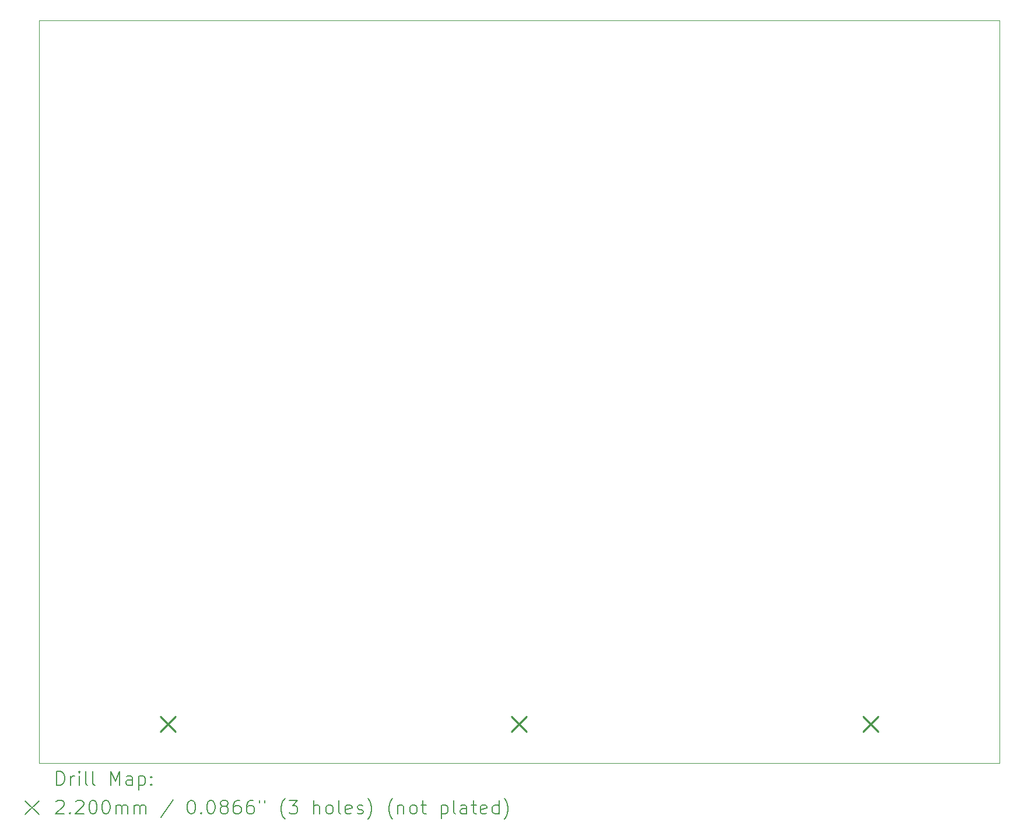
<source format=gbr>
%TF.GenerationSoftware,KiCad,Pcbnew,7.0.8*%
%TF.CreationDate,2024-09-22T21:35:23-04:00*%
%TF.ProjectId,lichen-freddie-board,6c696368-656e-42d6-9672-65646469652d,1.0*%
%TF.SameCoordinates,Original*%
%TF.FileFunction,Drillmap*%
%TF.FilePolarity,Positive*%
%FSLAX45Y45*%
G04 Gerber Fmt 4.5, Leading zero omitted, Abs format (unit mm)*
G04 Created by KiCad (PCBNEW 7.0.8) date 2024-09-22 21:35:23*
%MOMM*%
%LPD*%
G01*
G04 APERTURE LIST*
%ADD10C,0.100000*%
%ADD11C,0.200000*%
%ADD12C,0.220000*%
G04 APERTURE END LIST*
D10*
X10125000Y-11025000D02*
X24065000Y-11025000D01*
X24065000Y-21825000D01*
X10125000Y-21825000D01*
X10125000Y-11025000D01*
D11*
D12*
X11885000Y-21147700D02*
X12105000Y-21367700D01*
X12105000Y-21147700D02*
X11885000Y-21367700D01*
X16985000Y-21147700D02*
X17205000Y-21367700D01*
X17205000Y-21147700D02*
X16985000Y-21367700D01*
X22085000Y-21147700D02*
X22305000Y-21367700D01*
X22305000Y-21147700D02*
X22085000Y-21367700D01*
D11*
X10380777Y-22141484D02*
X10380777Y-21941484D01*
X10380777Y-21941484D02*
X10428396Y-21941484D01*
X10428396Y-21941484D02*
X10456967Y-21951008D01*
X10456967Y-21951008D02*
X10476015Y-21970055D01*
X10476015Y-21970055D02*
X10485539Y-21989103D01*
X10485539Y-21989103D02*
X10495063Y-22027198D01*
X10495063Y-22027198D02*
X10495063Y-22055770D01*
X10495063Y-22055770D02*
X10485539Y-22093865D01*
X10485539Y-22093865D02*
X10476015Y-22112912D01*
X10476015Y-22112912D02*
X10456967Y-22131960D01*
X10456967Y-22131960D02*
X10428396Y-22141484D01*
X10428396Y-22141484D02*
X10380777Y-22141484D01*
X10580777Y-22141484D02*
X10580777Y-22008150D01*
X10580777Y-22046246D02*
X10590301Y-22027198D01*
X10590301Y-22027198D02*
X10599824Y-22017674D01*
X10599824Y-22017674D02*
X10618872Y-22008150D01*
X10618872Y-22008150D02*
X10637920Y-22008150D01*
X10704586Y-22141484D02*
X10704586Y-22008150D01*
X10704586Y-21941484D02*
X10695063Y-21951008D01*
X10695063Y-21951008D02*
X10704586Y-21960531D01*
X10704586Y-21960531D02*
X10714110Y-21951008D01*
X10714110Y-21951008D02*
X10704586Y-21941484D01*
X10704586Y-21941484D02*
X10704586Y-21960531D01*
X10828396Y-22141484D02*
X10809348Y-22131960D01*
X10809348Y-22131960D02*
X10799824Y-22112912D01*
X10799824Y-22112912D02*
X10799824Y-21941484D01*
X10933158Y-22141484D02*
X10914110Y-22131960D01*
X10914110Y-22131960D02*
X10904586Y-22112912D01*
X10904586Y-22112912D02*
X10904586Y-21941484D01*
X11161729Y-22141484D02*
X11161729Y-21941484D01*
X11161729Y-21941484D02*
X11228396Y-22084341D01*
X11228396Y-22084341D02*
X11295062Y-21941484D01*
X11295062Y-21941484D02*
X11295062Y-22141484D01*
X11476015Y-22141484D02*
X11476015Y-22036722D01*
X11476015Y-22036722D02*
X11466491Y-22017674D01*
X11466491Y-22017674D02*
X11447443Y-22008150D01*
X11447443Y-22008150D02*
X11409348Y-22008150D01*
X11409348Y-22008150D02*
X11390301Y-22017674D01*
X11476015Y-22131960D02*
X11456967Y-22141484D01*
X11456967Y-22141484D02*
X11409348Y-22141484D01*
X11409348Y-22141484D02*
X11390301Y-22131960D01*
X11390301Y-22131960D02*
X11380777Y-22112912D01*
X11380777Y-22112912D02*
X11380777Y-22093865D01*
X11380777Y-22093865D02*
X11390301Y-22074817D01*
X11390301Y-22074817D02*
X11409348Y-22065293D01*
X11409348Y-22065293D02*
X11456967Y-22065293D01*
X11456967Y-22065293D02*
X11476015Y-22055770D01*
X11571253Y-22008150D02*
X11571253Y-22208150D01*
X11571253Y-22017674D02*
X11590301Y-22008150D01*
X11590301Y-22008150D02*
X11628396Y-22008150D01*
X11628396Y-22008150D02*
X11647443Y-22017674D01*
X11647443Y-22017674D02*
X11656967Y-22027198D01*
X11656967Y-22027198D02*
X11666491Y-22046246D01*
X11666491Y-22046246D02*
X11666491Y-22103389D01*
X11666491Y-22103389D02*
X11656967Y-22122436D01*
X11656967Y-22122436D02*
X11647443Y-22131960D01*
X11647443Y-22131960D02*
X11628396Y-22141484D01*
X11628396Y-22141484D02*
X11590301Y-22141484D01*
X11590301Y-22141484D02*
X11571253Y-22131960D01*
X11752205Y-22122436D02*
X11761729Y-22131960D01*
X11761729Y-22131960D02*
X11752205Y-22141484D01*
X11752205Y-22141484D02*
X11742682Y-22131960D01*
X11742682Y-22131960D02*
X11752205Y-22122436D01*
X11752205Y-22122436D02*
X11752205Y-22141484D01*
X11752205Y-22017674D02*
X11761729Y-22027198D01*
X11761729Y-22027198D02*
X11752205Y-22036722D01*
X11752205Y-22036722D02*
X11742682Y-22027198D01*
X11742682Y-22027198D02*
X11752205Y-22017674D01*
X11752205Y-22017674D02*
X11752205Y-22036722D01*
X9920000Y-22370000D02*
X10120000Y-22570000D01*
X10120000Y-22370000D02*
X9920000Y-22570000D01*
X10371253Y-22380531D02*
X10380777Y-22371008D01*
X10380777Y-22371008D02*
X10399824Y-22361484D01*
X10399824Y-22361484D02*
X10447444Y-22361484D01*
X10447444Y-22361484D02*
X10466491Y-22371008D01*
X10466491Y-22371008D02*
X10476015Y-22380531D01*
X10476015Y-22380531D02*
X10485539Y-22399579D01*
X10485539Y-22399579D02*
X10485539Y-22418627D01*
X10485539Y-22418627D02*
X10476015Y-22447198D01*
X10476015Y-22447198D02*
X10361729Y-22561484D01*
X10361729Y-22561484D02*
X10485539Y-22561484D01*
X10571253Y-22542436D02*
X10580777Y-22551960D01*
X10580777Y-22551960D02*
X10571253Y-22561484D01*
X10571253Y-22561484D02*
X10561729Y-22551960D01*
X10561729Y-22551960D02*
X10571253Y-22542436D01*
X10571253Y-22542436D02*
X10571253Y-22561484D01*
X10656967Y-22380531D02*
X10666491Y-22371008D01*
X10666491Y-22371008D02*
X10685539Y-22361484D01*
X10685539Y-22361484D02*
X10733158Y-22361484D01*
X10733158Y-22361484D02*
X10752205Y-22371008D01*
X10752205Y-22371008D02*
X10761729Y-22380531D01*
X10761729Y-22380531D02*
X10771253Y-22399579D01*
X10771253Y-22399579D02*
X10771253Y-22418627D01*
X10771253Y-22418627D02*
X10761729Y-22447198D01*
X10761729Y-22447198D02*
X10647444Y-22561484D01*
X10647444Y-22561484D02*
X10771253Y-22561484D01*
X10895063Y-22361484D02*
X10914110Y-22361484D01*
X10914110Y-22361484D02*
X10933158Y-22371008D01*
X10933158Y-22371008D02*
X10942682Y-22380531D01*
X10942682Y-22380531D02*
X10952205Y-22399579D01*
X10952205Y-22399579D02*
X10961729Y-22437674D01*
X10961729Y-22437674D02*
X10961729Y-22485293D01*
X10961729Y-22485293D02*
X10952205Y-22523388D01*
X10952205Y-22523388D02*
X10942682Y-22542436D01*
X10942682Y-22542436D02*
X10933158Y-22551960D01*
X10933158Y-22551960D02*
X10914110Y-22561484D01*
X10914110Y-22561484D02*
X10895063Y-22561484D01*
X10895063Y-22561484D02*
X10876015Y-22551960D01*
X10876015Y-22551960D02*
X10866491Y-22542436D01*
X10866491Y-22542436D02*
X10856967Y-22523388D01*
X10856967Y-22523388D02*
X10847444Y-22485293D01*
X10847444Y-22485293D02*
X10847444Y-22437674D01*
X10847444Y-22437674D02*
X10856967Y-22399579D01*
X10856967Y-22399579D02*
X10866491Y-22380531D01*
X10866491Y-22380531D02*
X10876015Y-22371008D01*
X10876015Y-22371008D02*
X10895063Y-22361484D01*
X11085539Y-22361484D02*
X11104586Y-22361484D01*
X11104586Y-22361484D02*
X11123634Y-22371008D01*
X11123634Y-22371008D02*
X11133158Y-22380531D01*
X11133158Y-22380531D02*
X11142682Y-22399579D01*
X11142682Y-22399579D02*
X11152205Y-22437674D01*
X11152205Y-22437674D02*
X11152205Y-22485293D01*
X11152205Y-22485293D02*
X11142682Y-22523388D01*
X11142682Y-22523388D02*
X11133158Y-22542436D01*
X11133158Y-22542436D02*
X11123634Y-22551960D01*
X11123634Y-22551960D02*
X11104586Y-22561484D01*
X11104586Y-22561484D02*
X11085539Y-22561484D01*
X11085539Y-22561484D02*
X11066491Y-22551960D01*
X11066491Y-22551960D02*
X11056967Y-22542436D01*
X11056967Y-22542436D02*
X11047444Y-22523388D01*
X11047444Y-22523388D02*
X11037920Y-22485293D01*
X11037920Y-22485293D02*
X11037920Y-22437674D01*
X11037920Y-22437674D02*
X11047444Y-22399579D01*
X11047444Y-22399579D02*
X11056967Y-22380531D01*
X11056967Y-22380531D02*
X11066491Y-22371008D01*
X11066491Y-22371008D02*
X11085539Y-22361484D01*
X11237920Y-22561484D02*
X11237920Y-22428150D01*
X11237920Y-22447198D02*
X11247443Y-22437674D01*
X11247443Y-22437674D02*
X11266491Y-22428150D01*
X11266491Y-22428150D02*
X11295063Y-22428150D01*
X11295063Y-22428150D02*
X11314110Y-22437674D01*
X11314110Y-22437674D02*
X11323634Y-22456722D01*
X11323634Y-22456722D02*
X11323634Y-22561484D01*
X11323634Y-22456722D02*
X11333158Y-22437674D01*
X11333158Y-22437674D02*
X11352205Y-22428150D01*
X11352205Y-22428150D02*
X11380777Y-22428150D01*
X11380777Y-22428150D02*
X11399824Y-22437674D01*
X11399824Y-22437674D02*
X11409348Y-22456722D01*
X11409348Y-22456722D02*
X11409348Y-22561484D01*
X11504586Y-22561484D02*
X11504586Y-22428150D01*
X11504586Y-22447198D02*
X11514110Y-22437674D01*
X11514110Y-22437674D02*
X11533158Y-22428150D01*
X11533158Y-22428150D02*
X11561729Y-22428150D01*
X11561729Y-22428150D02*
X11580777Y-22437674D01*
X11580777Y-22437674D02*
X11590301Y-22456722D01*
X11590301Y-22456722D02*
X11590301Y-22561484D01*
X11590301Y-22456722D02*
X11599824Y-22437674D01*
X11599824Y-22437674D02*
X11618872Y-22428150D01*
X11618872Y-22428150D02*
X11647443Y-22428150D01*
X11647443Y-22428150D02*
X11666491Y-22437674D01*
X11666491Y-22437674D02*
X11676015Y-22456722D01*
X11676015Y-22456722D02*
X11676015Y-22561484D01*
X12066491Y-22351960D02*
X11895063Y-22609103D01*
X12323634Y-22361484D02*
X12342682Y-22361484D01*
X12342682Y-22361484D02*
X12361729Y-22371008D01*
X12361729Y-22371008D02*
X12371253Y-22380531D01*
X12371253Y-22380531D02*
X12380777Y-22399579D01*
X12380777Y-22399579D02*
X12390301Y-22437674D01*
X12390301Y-22437674D02*
X12390301Y-22485293D01*
X12390301Y-22485293D02*
X12380777Y-22523388D01*
X12380777Y-22523388D02*
X12371253Y-22542436D01*
X12371253Y-22542436D02*
X12361729Y-22551960D01*
X12361729Y-22551960D02*
X12342682Y-22561484D01*
X12342682Y-22561484D02*
X12323634Y-22561484D01*
X12323634Y-22561484D02*
X12304586Y-22551960D01*
X12304586Y-22551960D02*
X12295063Y-22542436D01*
X12295063Y-22542436D02*
X12285539Y-22523388D01*
X12285539Y-22523388D02*
X12276015Y-22485293D01*
X12276015Y-22485293D02*
X12276015Y-22437674D01*
X12276015Y-22437674D02*
X12285539Y-22399579D01*
X12285539Y-22399579D02*
X12295063Y-22380531D01*
X12295063Y-22380531D02*
X12304586Y-22371008D01*
X12304586Y-22371008D02*
X12323634Y-22361484D01*
X12476015Y-22542436D02*
X12485539Y-22551960D01*
X12485539Y-22551960D02*
X12476015Y-22561484D01*
X12476015Y-22561484D02*
X12466491Y-22551960D01*
X12466491Y-22551960D02*
X12476015Y-22542436D01*
X12476015Y-22542436D02*
X12476015Y-22561484D01*
X12609348Y-22361484D02*
X12628396Y-22361484D01*
X12628396Y-22361484D02*
X12647444Y-22371008D01*
X12647444Y-22371008D02*
X12656967Y-22380531D01*
X12656967Y-22380531D02*
X12666491Y-22399579D01*
X12666491Y-22399579D02*
X12676015Y-22437674D01*
X12676015Y-22437674D02*
X12676015Y-22485293D01*
X12676015Y-22485293D02*
X12666491Y-22523388D01*
X12666491Y-22523388D02*
X12656967Y-22542436D01*
X12656967Y-22542436D02*
X12647444Y-22551960D01*
X12647444Y-22551960D02*
X12628396Y-22561484D01*
X12628396Y-22561484D02*
X12609348Y-22561484D01*
X12609348Y-22561484D02*
X12590301Y-22551960D01*
X12590301Y-22551960D02*
X12580777Y-22542436D01*
X12580777Y-22542436D02*
X12571253Y-22523388D01*
X12571253Y-22523388D02*
X12561729Y-22485293D01*
X12561729Y-22485293D02*
X12561729Y-22437674D01*
X12561729Y-22437674D02*
X12571253Y-22399579D01*
X12571253Y-22399579D02*
X12580777Y-22380531D01*
X12580777Y-22380531D02*
X12590301Y-22371008D01*
X12590301Y-22371008D02*
X12609348Y-22361484D01*
X12790301Y-22447198D02*
X12771253Y-22437674D01*
X12771253Y-22437674D02*
X12761729Y-22428150D01*
X12761729Y-22428150D02*
X12752206Y-22409103D01*
X12752206Y-22409103D02*
X12752206Y-22399579D01*
X12752206Y-22399579D02*
X12761729Y-22380531D01*
X12761729Y-22380531D02*
X12771253Y-22371008D01*
X12771253Y-22371008D02*
X12790301Y-22361484D01*
X12790301Y-22361484D02*
X12828396Y-22361484D01*
X12828396Y-22361484D02*
X12847444Y-22371008D01*
X12847444Y-22371008D02*
X12856967Y-22380531D01*
X12856967Y-22380531D02*
X12866491Y-22399579D01*
X12866491Y-22399579D02*
X12866491Y-22409103D01*
X12866491Y-22409103D02*
X12856967Y-22428150D01*
X12856967Y-22428150D02*
X12847444Y-22437674D01*
X12847444Y-22437674D02*
X12828396Y-22447198D01*
X12828396Y-22447198D02*
X12790301Y-22447198D01*
X12790301Y-22447198D02*
X12771253Y-22456722D01*
X12771253Y-22456722D02*
X12761729Y-22466246D01*
X12761729Y-22466246D02*
X12752206Y-22485293D01*
X12752206Y-22485293D02*
X12752206Y-22523388D01*
X12752206Y-22523388D02*
X12761729Y-22542436D01*
X12761729Y-22542436D02*
X12771253Y-22551960D01*
X12771253Y-22551960D02*
X12790301Y-22561484D01*
X12790301Y-22561484D02*
X12828396Y-22561484D01*
X12828396Y-22561484D02*
X12847444Y-22551960D01*
X12847444Y-22551960D02*
X12856967Y-22542436D01*
X12856967Y-22542436D02*
X12866491Y-22523388D01*
X12866491Y-22523388D02*
X12866491Y-22485293D01*
X12866491Y-22485293D02*
X12856967Y-22466246D01*
X12856967Y-22466246D02*
X12847444Y-22456722D01*
X12847444Y-22456722D02*
X12828396Y-22447198D01*
X13037920Y-22361484D02*
X12999825Y-22361484D01*
X12999825Y-22361484D02*
X12980777Y-22371008D01*
X12980777Y-22371008D02*
X12971253Y-22380531D01*
X12971253Y-22380531D02*
X12952206Y-22409103D01*
X12952206Y-22409103D02*
X12942682Y-22447198D01*
X12942682Y-22447198D02*
X12942682Y-22523388D01*
X12942682Y-22523388D02*
X12952206Y-22542436D01*
X12952206Y-22542436D02*
X12961729Y-22551960D01*
X12961729Y-22551960D02*
X12980777Y-22561484D01*
X12980777Y-22561484D02*
X13018872Y-22561484D01*
X13018872Y-22561484D02*
X13037920Y-22551960D01*
X13037920Y-22551960D02*
X13047444Y-22542436D01*
X13047444Y-22542436D02*
X13056967Y-22523388D01*
X13056967Y-22523388D02*
X13056967Y-22475769D01*
X13056967Y-22475769D02*
X13047444Y-22456722D01*
X13047444Y-22456722D02*
X13037920Y-22447198D01*
X13037920Y-22447198D02*
X13018872Y-22437674D01*
X13018872Y-22437674D02*
X12980777Y-22437674D01*
X12980777Y-22437674D02*
X12961729Y-22447198D01*
X12961729Y-22447198D02*
X12952206Y-22456722D01*
X12952206Y-22456722D02*
X12942682Y-22475769D01*
X13228396Y-22361484D02*
X13190301Y-22361484D01*
X13190301Y-22361484D02*
X13171253Y-22371008D01*
X13171253Y-22371008D02*
X13161729Y-22380531D01*
X13161729Y-22380531D02*
X13142682Y-22409103D01*
X13142682Y-22409103D02*
X13133158Y-22447198D01*
X13133158Y-22447198D02*
X13133158Y-22523388D01*
X13133158Y-22523388D02*
X13142682Y-22542436D01*
X13142682Y-22542436D02*
X13152206Y-22551960D01*
X13152206Y-22551960D02*
X13171253Y-22561484D01*
X13171253Y-22561484D02*
X13209348Y-22561484D01*
X13209348Y-22561484D02*
X13228396Y-22551960D01*
X13228396Y-22551960D02*
X13237920Y-22542436D01*
X13237920Y-22542436D02*
X13247444Y-22523388D01*
X13247444Y-22523388D02*
X13247444Y-22475769D01*
X13247444Y-22475769D02*
X13237920Y-22456722D01*
X13237920Y-22456722D02*
X13228396Y-22447198D01*
X13228396Y-22447198D02*
X13209348Y-22437674D01*
X13209348Y-22437674D02*
X13171253Y-22437674D01*
X13171253Y-22437674D02*
X13152206Y-22447198D01*
X13152206Y-22447198D02*
X13142682Y-22456722D01*
X13142682Y-22456722D02*
X13133158Y-22475769D01*
X13323634Y-22361484D02*
X13323634Y-22399579D01*
X13399825Y-22361484D02*
X13399825Y-22399579D01*
X13695063Y-22637674D02*
X13685539Y-22628150D01*
X13685539Y-22628150D02*
X13666491Y-22599579D01*
X13666491Y-22599579D02*
X13656968Y-22580531D01*
X13656968Y-22580531D02*
X13647444Y-22551960D01*
X13647444Y-22551960D02*
X13637920Y-22504341D01*
X13637920Y-22504341D02*
X13637920Y-22466246D01*
X13637920Y-22466246D02*
X13647444Y-22418627D01*
X13647444Y-22418627D02*
X13656968Y-22390055D01*
X13656968Y-22390055D02*
X13666491Y-22371008D01*
X13666491Y-22371008D02*
X13685539Y-22342436D01*
X13685539Y-22342436D02*
X13695063Y-22332912D01*
X13752206Y-22361484D02*
X13876015Y-22361484D01*
X13876015Y-22361484D02*
X13809348Y-22437674D01*
X13809348Y-22437674D02*
X13837920Y-22437674D01*
X13837920Y-22437674D02*
X13856968Y-22447198D01*
X13856968Y-22447198D02*
X13866491Y-22456722D01*
X13866491Y-22456722D02*
X13876015Y-22475769D01*
X13876015Y-22475769D02*
X13876015Y-22523388D01*
X13876015Y-22523388D02*
X13866491Y-22542436D01*
X13866491Y-22542436D02*
X13856968Y-22551960D01*
X13856968Y-22551960D02*
X13837920Y-22561484D01*
X13837920Y-22561484D02*
X13780777Y-22561484D01*
X13780777Y-22561484D02*
X13761729Y-22551960D01*
X13761729Y-22551960D02*
X13752206Y-22542436D01*
X14114110Y-22561484D02*
X14114110Y-22361484D01*
X14199825Y-22561484D02*
X14199825Y-22456722D01*
X14199825Y-22456722D02*
X14190301Y-22437674D01*
X14190301Y-22437674D02*
X14171253Y-22428150D01*
X14171253Y-22428150D02*
X14142682Y-22428150D01*
X14142682Y-22428150D02*
X14123634Y-22437674D01*
X14123634Y-22437674D02*
X14114110Y-22447198D01*
X14323634Y-22561484D02*
X14304587Y-22551960D01*
X14304587Y-22551960D02*
X14295063Y-22542436D01*
X14295063Y-22542436D02*
X14285539Y-22523388D01*
X14285539Y-22523388D02*
X14285539Y-22466246D01*
X14285539Y-22466246D02*
X14295063Y-22447198D01*
X14295063Y-22447198D02*
X14304587Y-22437674D01*
X14304587Y-22437674D02*
X14323634Y-22428150D01*
X14323634Y-22428150D02*
X14352206Y-22428150D01*
X14352206Y-22428150D02*
X14371253Y-22437674D01*
X14371253Y-22437674D02*
X14380777Y-22447198D01*
X14380777Y-22447198D02*
X14390301Y-22466246D01*
X14390301Y-22466246D02*
X14390301Y-22523388D01*
X14390301Y-22523388D02*
X14380777Y-22542436D01*
X14380777Y-22542436D02*
X14371253Y-22551960D01*
X14371253Y-22551960D02*
X14352206Y-22561484D01*
X14352206Y-22561484D02*
X14323634Y-22561484D01*
X14504587Y-22561484D02*
X14485539Y-22551960D01*
X14485539Y-22551960D02*
X14476015Y-22532912D01*
X14476015Y-22532912D02*
X14476015Y-22361484D01*
X14656968Y-22551960D02*
X14637920Y-22561484D01*
X14637920Y-22561484D02*
X14599825Y-22561484D01*
X14599825Y-22561484D02*
X14580777Y-22551960D01*
X14580777Y-22551960D02*
X14571253Y-22532912D01*
X14571253Y-22532912D02*
X14571253Y-22456722D01*
X14571253Y-22456722D02*
X14580777Y-22437674D01*
X14580777Y-22437674D02*
X14599825Y-22428150D01*
X14599825Y-22428150D02*
X14637920Y-22428150D01*
X14637920Y-22428150D02*
X14656968Y-22437674D01*
X14656968Y-22437674D02*
X14666491Y-22456722D01*
X14666491Y-22456722D02*
X14666491Y-22475769D01*
X14666491Y-22475769D02*
X14571253Y-22494817D01*
X14742682Y-22551960D02*
X14761730Y-22561484D01*
X14761730Y-22561484D02*
X14799825Y-22561484D01*
X14799825Y-22561484D02*
X14818872Y-22551960D01*
X14818872Y-22551960D02*
X14828396Y-22532912D01*
X14828396Y-22532912D02*
X14828396Y-22523388D01*
X14828396Y-22523388D02*
X14818872Y-22504341D01*
X14818872Y-22504341D02*
X14799825Y-22494817D01*
X14799825Y-22494817D02*
X14771253Y-22494817D01*
X14771253Y-22494817D02*
X14752206Y-22485293D01*
X14752206Y-22485293D02*
X14742682Y-22466246D01*
X14742682Y-22466246D02*
X14742682Y-22456722D01*
X14742682Y-22456722D02*
X14752206Y-22437674D01*
X14752206Y-22437674D02*
X14771253Y-22428150D01*
X14771253Y-22428150D02*
X14799825Y-22428150D01*
X14799825Y-22428150D02*
X14818872Y-22437674D01*
X14895063Y-22637674D02*
X14904587Y-22628150D01*
X14904587Y-22628150D02*
X14923634Y-22599579D01*
X14923634Y-22599579D02*
X14933158Y-22580531D01*
X14933158Y-22580531D02*
X14942682Y-22551960D01*
X14942682Y-22551960D02*
X14952206Y-22504341D01*
X14952206Y-22504341D02*
X14952206Y-22466246D01*
X14952206Y-22466246D02*
X14942682Y-22418627D01*
X14942682Y-22418627D02*
X14933158Y-22390055D01*
X14933158Y-22390055D02*
X14923634Y-22371008D01*
X14923634Y-22371008D02*
X14904587Y-22342436D01*
X14904587Y-22342436D02*
X14895063Y-22332912D01*
X15256968Y-22637674D02*
X15247444Y-22628150D01*
X15247444Y-22628150D02*
X15228396Y-22599579D01*
X15228396Y-22599579D02*
X15218872Y-22580531D01*
X15218872Y-22580531D02*
X15209349Y-22551960D01*
X15209349Y-22551960D02*
X15199825Y-22504341D01*
X15199825Y-22504341D02*
X15199825Y-22466246D01*
X15199825Y-22466246D02*
X15209349Y-22418627D01*
X15209349Y-22418627D02*
X15218872Y-22390055D01*
X15218872Y-22390055D02*
X15228396Y-22371008D01*
X15228396Y-22371008D02*
X15247444Y-22342436D01*
X15247444Y-22342436D02*
X15256968Y-22332912D01*
X15333158Y-22428150D02*
X15333158Y-22561484D01*
X15333158Y-22447198D02*
X15342682Y-22437674D01*
X15342682Y-22437674D02*
X15361730Y-22428150D01*
X15361730Y-22428150D02*
X15390301Y-22428150D01*
X15390301Y-22428150D02*
X15409349Y-22437674D01*
X15409349Y-22437674D02*
X15418872Y-22456722D01*
X15418872Y-22456722D02*
X15418872Y-22561484D01*
X15542682Y-22561484D02*
X15523634Y-22551960D01*
X15523634Y-22551960D02*
X15514111Y-22542436D01*
X15514111Y-22542436D02*
X15504587Y-22523388D01*
X15504587Y-22523388D02*
X15504587Y-22466246D01*
X15504587Y-22466246D02*
X15514111Y-22447198D01*
X15514111Y-22447198D02*
X15523634Y-22437674D01*
X15523634Y-22437674D02*
X15542682Y-22428150D01*
X15542682Y-22428150D02*
X15571253Y-22428150D01*
X15571253Y-22428150D02*
X15590301Y-22437674D01*
X15590301Y-22437674D02*
X15599825Y-22447198D01*
X15599825Y-22447198D02*
X15609349Y-22466246D01*
X15609349Y-22466246D02*
X15609349Y-22523388D01*
X15609349Y-22523388D02*
X15599825Y-22542436D01*
X15599825Y-22542436D02*
X15590301Y-22551960D01*
X15590301Y-22551960D02*
X15571253Y-22561484D01*
X15571253Y-22561484D02*
X15542682Y-22561484D01*
X15666492Y-22428150D02*
X15742682Y-22428150D01*
X15695063Y-22361484D02*
X15695063Y-22532912D01*
X15695063Y-22532912D02*
X15704587Y-22551960D01*
X15704587Y-22551960D02*
X15723634Y-22561484D01*
X15723634Y-22561484D02*
X15742682Y-22561484D01*
X15961730Y-22428150D02*
X15961730Y-22628150D01*
X15961730Y-22437674D02*
X15980777Y-22428150D01*
X15980777Y-22428150D02*
X16018873Y-22428150D01*
X16018873Y-22428150D02*
X16037920Y-22437674D01*
X16037920Y-22437674D02*
X16047444Y-22447198D01*
X16047444Y-22447198D02*
X16056968Y-22466246D01*
X16056968Y-22466246D02*
X16056968Y-22523388D01*
X16056968Y-22523388D02*
X16047444Y-22542436D01*
X16047444Y-22542436D02*
X16037920Y-22551960D01*
X16037920Y-22551960D02*
X16018873Y-22561484D01*
X16018873Y-22561484D02*
X15980777Y-22561484D01*
X15980777Y-22561484D02*
X15961730Y-22551960D01*
X16171253Y-22561484D02*
X16152206Y-22551960D01*
X16152206Y-22551960D02*
X16142682Y-22532912D01*
X16142682Y-22532912D02*
X16142682Y-22361484D01*
X16333158Y-22561484D02*
X16333158Y-22456722D01*
X16333158Y-22456722D02*
X16323634Y-22437674D01*
X16323634Y-22437674D02*
X16304587Y-22428150D01*
X16304587Y-22428150D02*
X16266492Y-22428150D01*
X16266492Y-22428150D02*
X16247444Y-22437674D01*
X16333158Y-22551960D02*
X16314111Y-22561484D01*
X16314111Y-22561484D02*
X16266492Y-22561484D01*
X16266492Y-22561484D02*
X16247444Y-22551960D01*
X16247444Y-22551960D02*
X16237920Y-22532912D01*
X16237920Y-22532912D02*
X16237920Y-22513865D01*
X16237920Y-22513865D02*
X16247444Y-22494817D01*
X16247444Y-22494817D02*
X16266492Y-22485293D01*
X16266492Y-22485293D02*
X16314111Y-22485293D01*
X16314111Y-22485293D02*
X16333158Y-22475769D01*
X16399825Y-22428150D02*
X16476015Y-22428150D01*
X16428396Y-22361484D02*
X16428396Y-22532912D01*
X16428396Y-22532912D02*
X16437920Y-22551960D01*
X16437920Y-22551960D02*
X16456968Y-22561484D01*
X16456968Y-22561484D02*
X16476015Y-22561484D01*
X16618873Y-22551960D02*
X16599825Y-22561484D01*
X16599825Y-22561484D02*
X16561730Y-22561484D01*
X16561730Y-22561484D02*
X16542682Y-22551960D01*
X16542682Y-22551960D02*
X16533158Y-22532912D01*
X16533158Y-22532912D02*
X16533158Y-22456722D01*
X16533158Y-22456722D02*
X16542682Y-22437674D01*
X16542682Y-22437674D02*
X16561730Y-22428150D01*
X16561730Y-22428150D02*
X16599825Y-22428150D01*
X16599825Y-22428150D02*
X16618873Y-22437674D01*
X16618873Y-22437674D02*
X16628396Y-22456722D01*
X16628396Y-22456722D02*
X16628396Y-22475769D01*
X16628396Y-22475769D02*
X16533158Y-22494817D01*
X16799825Y-22561484D02*
X16799825Y-22361484D01*
X16799825Y-22551960D02*
X16780777Y-22561484D01*
X16780777Y-22561484D02*
X16742682Y-22561484D01*
X16742682Y-22561484D02*
X16723634Y-22551960D01*
X16723634Y-22551960D02*
X16714111Y-22542436D01*
X16714111Y-22542436D02*
X16704587Y-22523388D01*
X16704587Y-22523388D02*
X16704587Y-22466246D01*
X16704587Y-22466246D02*
X16714111Y-22447198D01*
X16714111Y-22447198D02*
X16723634Y-22437674D01*
X16723634Y-22437674D02*
X16742682Y-22428150D01*
X16742682Y-22428150D02*
X16780777Y-22428150D01*
X16780777Y-22428150D02*
X16799825Y-22437674D01*
X16876016Y-22637674D02*
X16885539Y-22628150D01*
X16885539Y-22628150D02*
X16904587Y-22599579D01*
X16904587Y-22599579D02*
X16914111Y-22580531D01*
X16914111Y-22580531D02*
X16923635Y-22551960D01*
X16923635Y-22551960D02*
X16933158Y-22504341D01*
X16933158Y-22504341D02*
X16933158Y-22466246D01*
X16933158Y-22466246D02*
X16923635Y-22418627D01*
X16923635Y-22418627D02*
X16914111Y-22390055D01*
X16914111Y-22390055D02*
X16904587Y-22371008D01*
X16904587Y-22371008D02*
X16885539Y-22342436D01*
X16885539Y-22342436D02*
X16876016Y-22332912D01*
M02*

</source>
